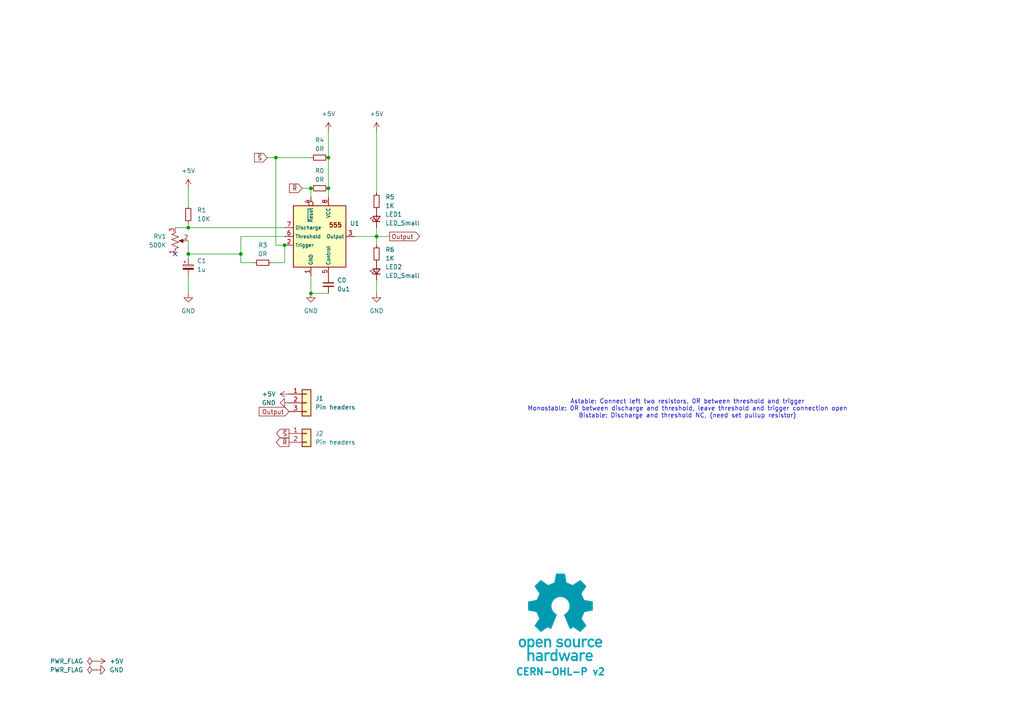
<source format=kicad_sch>
(kicad_sch (version 20231120) (generator "eeschema") (generator_version "8.0")
  (paper "A4")
  (lib_symbols
    (symbol "Connector_Generic:Conn_01x02" (pin_names (offset 1.016) hide)
      (property "Reference" "J" (at 0 2.54 0))
      (property "Value" "Conn_01x02" (at 0 -5.08 0))
      (symbol "Conn_01x02_1_1"
        (rectangle (start -1.27 -2.413) (end 0 -2.667) (stroke (width 0.1524)))
        (rectangle (start -1.27 0.127) (end 0 -0.127) (stroke (width 0.1524)))
        (rectangle (start -1.27 1.27) (end 1.27 -3.81) (stroke (width 0.254)) (fill (type background)))
        (pin passive line (at -5.08 0 0) (length 3.81) (name "Pin_1") (number "1"))
        (pin passive line (at -5.08 -2.54 0) (length 3.81) (name "Pin_2") (number "2"))
      )
    )
    (symbol "Connector_Generic:Conn_01x03" (pin_names (offset 1.016) hide)
      (property "Reference" "J" (at 0 5.08 0))
      (property "Value" "Conn_01x03" (at 0 -5.08 0))
      (symbol "Conn_01x03_1_1"
        (rectangle (start -1.27 -2.413) (end 0 -2.667) (stroke (width 0.1524)))
        (rectangle (start -1.27 0.127) (end 0 -0.127) (stroke (width 0.1524)))
        (rectangle (start -1.27 2.667) (end 0 2.413) (stroke (width 0.1524)))
        (rectangle (start -1.27 3.81) (end 1.27 -3.81) (stroke (width 0.254)) (fill (type background)))
        (pin passive line (at -5.08 2.54 0) (length 3.81) (name "Pin_1") (number "1"))
        (pin passive line (at -5.08 0 0) (length 3.81) (name "Pin_2") (number "2"))
        (pin passive line (at -5.08 -2.54 0) (length 3.81) (name "Pin_3") (number "3"))
      )
    )
    (symbol "Device:C_Polarized_Small" (pin_numbers hide) (pin_names (offset 0.254) hide)
      (property "Reference" "C" (at 0.254 1.778 0))
      (property "Value" "C_Polarized_Small" (at 0.254 -2.032 0))
      (symbol "C_Polarized_Small_0_1"
        (rectangle (start -1.524 -0.3048) (end 1.524 -0.6858) (fill (type outline)))
        (rectangle (start -1.524 0.6858) (end 1.524 0.3048))
        (polyline (pts (xy -1.27 1.524) (xy -0.762 1.524)))
        (polyline (pts (xy -1.016 1.27) (xy -1.016 1.778)))
      )
      (symbol "C_Polarized_Small_1_1"
        (pin passive line (at 0 2.54 270) (length 1.8542) (name "~") (number "1"))
        (pin passive line (at 0 -2.54 90) (length 1.8542) (name "~") (number "2"))
      )
    )
    (symbol "Device:C_Small" (pin_numbers hide) (pin_names (offset 0.254) hide)
      (property "Reference" "C" (at 0.254 1.778 0))
      (property "Value" "C_Small" (at 0.254 -2.032 0))
      (symbol "C_Small_0_1"
        (polyline (pts (xy -1.524 -0.508) (xy 1.524 -0.508)) (stroke (width 0.3302)))
        (polyline (pts (xy -1.524 0.508) (xy 1.524 0.508)) (stroke (width 0.3048)))
      )
      (symbol "C_Small_1_1"
        (pin passive line (at 0 2.54 270) (length 2.032) (name "~") (number "1"))
        (pin passive line (at 0 -2.54 90) (length 2.032) (name "~") (number "2"))
      )
    )
    (symbol "Device:LED_Small" (pin_numbers hide) (pin_names (offset 0.254) hide)
      (property "Reference" "D" (at -1.27 3.175 0))
      (property "Value" "LED_Small" (at -4.445 -2.54 0))
      (symbol "LED_Small_0_1"
        (polyline (pts (xy -0.762 -1.016) (xy -0.762 1.016)) (stroke (width 0.254)))
        (polyline (pts (xy 1.016 0) (xy -0.762 0)))
        (polyline (pts (xy 0.762 -1.016) (xy -0.762 0) (xy 0.762 1.016) (xy 0.762 -1.016)) (stroke (width 0.254)))
        (polyline (pts (xy 0 0.762) (xy -0.508 1.27) (xy -0.254 1.27) (xy -0.508 1.27) (xy -0.508 1.016)))
        (polyline (pts (xy 0.508 1.27) (xy 0 1.778) (xy 0.254 1.778) (xy 0 1.778) (xy 0 1.524)))
      )
      (symbol "LED_Small_1_1"
        (pin passive line (at -2.54 0 0) (length 1.778) (name "K") (number "1"))
        (pin passive line (at 2.54 0 180) (length 1.778) (name "A") (number "2"))
      )
    )
    (symbol "Device:R_Potentiometer_US" (pin_names (offset 1.016) hide)
      (property "Reference" "RV" (at -4.445 0 90))
      (property "Value" "R_Potentiometer_US" (at -2.54 0 90))
      (symbol "R_Potentiometer_US_0_1"
        (polyline (pts (xy 0 -2.286) (xy 0 -2.54)))
        (polyline (pts (xy 0 2.54) (xy 0 2.286)))
        (polyline (pts (xy 2.54 0) (xy 1.524 0)))
        (polyline (pts (xy 1.143 0) (xy 2.286 0.508) (xy 2.286 -0.508) (xy 1.143 0)) (fill (type outline)))
        (polyline (pts (xy 0 -0.762) (xy 1.016 -1.143) (xy 0 -1.524) (xy -1.016 -1.905) (xy 0 -2.286)))
        (polyline (pts (xy 0 0.762) (xy 1.016 0.381) (xy 0 0) (xy -1.016 -0.381) (xy 0 -0.762)))
        (polyline (pts (xy 0 2.286) (xy 1.016 1.905) (xy 0 1.524) (xy -1.016 1.143) (xy 0 0.762)))
      )
      (symbol "R_Potentiometer_US_1_1"
        (pin passive line (at 0 3.81 270) (length 1.27) (name "1") (number "1"))
        (pin passive line (at 3.81 0 180) (length 1.27) (name "2") (number "2"))
        (pin passive line (at 0 -3.81 90) (length 1.27) (name "3") (number "3"))
      )
    )
    (symbol "Device:R_Small" (pin_numbers hide) (pin_names (offset 0.254) hide)
      (property "Reference" "R" (at 0.762 0.508 0))
      (property "Value" "R_Small" (at 0.762 -1.016 0))
      (symbol "R_Small_0_1"
        (rectangle (start -0.762 1.778) (end 0.762 -1.778) (stroke (width 0.2032)))
      )
      (symbol "R_Small_1_1"
        (pin passive line (at 0 2.54 270) (length 0.762) (name "~") (number "1"))
        (pin passive line (at 0 -2.54 90) (length 0.762) (name "~") (number "2"))
      )
    )
    (symbol "ic:NE555"
      (property "Reference" "U" (at -10.16 8.89 0))
      (symbol "NE555_0_0"
        (pin power_in line (at -2.54 -11.43 90) (length 2.54) (name "GND") (number "1"))
        (pin power_in line (at 2.54 11.43 270) (length 2.54) (name "VCC") (number "8"))
      )
      (symbol "NE555_0_1"
        (rectangle (start -7.62 8.89) (end 7.62 -8.89) (stroke (width 0.254)) (fill (type background)))
      )
      (symbol "NE555_1_1"
        (text "555" (at 4.572 3.302 0) (effects (font (size 1.27 1.27) (thickness 0.254) (bold yes))))
        (pin input line (at -10.16 -2.54 0) (length 2.54) (name "Trigger") (number "2"))
        (pin output line (at 10.16 0 180) (length 2.54) (name "Output") (number "3"))
        (pin input inverted (at -2.54 11.43 270) (length 2.54) (name "~{Reset}") (number "4"))
        (pin input line (at 2.54 -11.43 90) (length 2.54) (name "Control") (number "5"))
        (pin input line (at -10.16 0 0) (length 2.54) (name "Threshold") (number "6"))
        (pin input line (at -10.16 2.54 0) (length 2.54) (name "Discharge") (number "7"))
      )
    )
    (symbol "power:GND" (power) (pin_numbers hide) (pin_names (offset 0) hide)
      (property "Value" "GND" (at 0 -3.81 0))
      (symbol "GND_0_1"
        (polyline (pts (xy 0 0) (xy 0 -1.27) (xy 1.27 -1.27) (xy 0 -2.54) (xy -1.27 -1.27) (xy 0 -1.27)))
      )
      (symbol "GND_1_1"
        (pin power_in line (at 0 0 270) (length 0) (name "~") (number "1"))
      )
    )
    (symbol "power:PWR_FLAG" (power) (pin_numbers hide) (pin_names (offset 0) hide)
      (property "Value" "PWR_FLAG" (at 0 3.81 0))
      (symbol "PWR_FLAG_0_0"
        (pin power_out line (at 0 0 90) (length 0) (name "~") (number "1"))
      )
      (symbol "PWR_FLAG_0_1"
        (polyline (pts (xy 0 0) (xy 0 1.27) (xy -1.016 1.905) (xy 0 2.54) (xy 1.016 1.905) (xy 0 1.27)))
      )
    )
    (symbol "power:VCC" (power) (pin_numbers hide) (pin_names (offset 0) hide)
      (property "Value" "VCC" (at 0 3.556 0))
      (symbol "VCC_0_1"
        (polyline (pts (xy -0.762 1.27) (xy 0 2.54)))
        (polyline (pts (xy 0 0) (xy 0 2.54)))
        (polyline (pts (xy 0 2.54) (xy 0.762 1.27)))
      )
      (symbol "VCC_1_1"
        (pin power_in line (at 0 0 90) (length 0) (name "~") (number "1"))
      )
    )
  )
  (junction (at 80.01 45.72))
  (junction (at 69.85 73.66))
  (junction (at 82.55 71.12))
  (junction (at 95.25 45.72))
  (junction (at 54.61 73.66))
  (junction (at 109.22 68.58))
  (junction (at 54.61 66.04))
  (junction (at 95.25 54.61))
  (junction (at 90.17 54.61))
  (junction (at 90.17 85.09))
  (no_connect (at 50.8 73.66))
  (wire (pts (xy 109.22 68.58) (xy 113.03 68.58)))
  (wire (pts (xy 54.61 73.66) (xy 54.61 74.93)))
  (wire (pts (xy 80.01 45.72) (xy 90.17 45.72)))
  (wire (pts (xy 82.55 71.12) (xy 80.01 71.12)))
  (wire (pts (xy 109.22 66.04) (xy 109.22 68.58)))
  (wire (pts (xy 82.55 76.2) (xy 82.55 71.12)))
  (wire (pts (xy 80.01 71.12) (xy 80.01 45.72)))
  (wire (pts (xy 73.66 76.2) (xy 69.85 76.2)))
  (wire (pts (xy 69.85 68.58) (xy 69.85 73.66)))
  (wire (pts (xy 90.17 85.09) (xy 90.17 80.01)))
  (wire (pts (xy 54.61 66.04) (xy 82.55 66.04)))
  (wire (pts (xy 54.61 73.66) (xy 69.85 73.66)))
  (wire (pts (xy 77.47 45.72) (xy 80.01 45.72)))
  (wire (pts (xy 54.61 69.85) (xy 54.61 73.66)))
  (wire (pts (xy 78.74 76.2) (xy 82.55 76.2)))
  (wire (pts (xy 69.85 73.66) (xy 69.85 76.2)))
  (wire (pts (xy 54.61 80.01) (xy 54.61 85.09)))
  (wire (pts (xy 54.61 54.61) (xy 54.61 59.69)))
  (wire (pts (xy 109.22 38.1) (xy 109.22 55.88)))
  (wire (pts (xy 90.17 85.09) (xy 95.25 85.09)))
  (wire (pts (xy 102.87 68.58) (xy 109.22 68.58)))
  (wire (pts (xy 90.17 54.61) (xy 90.17 57.15)))
  (wire (pts (xy 109.22 68.58) (xy 109.22 71.12)))
  (wire (pts (xy 50.8 66.04) (xy 54.61 66.04)))
  (wire (pts (xy 87.63 54.61) (xy 90.17 54.61)))
  (wire (pts (xy 109.22 81.28) (xy 109.22 85.09)))
  (wire (pts (xy 82.55 68.58) (xy 69.85 68.58)))
  (wire (pts (xy 95.25 45.72) (xy 95.25 54.61)))
  (wire (pts (xy 54.61 64.77) (xy 54.61 66.04)))
  (wire (pts (xy 95.25 38.1) (xy 95.25 45.72)))
  (wire (pts (xy 95.25 54.61) (xy 95.25 57.15)))
  (image (at 162.56 179.07) (scale 0.37481))
  (text "CERN-OHL-P v2" (at 162.56 195.072 0) (effects (font (size 2 2) (thickness 0.4) (bold yes))))
  (text "Astable: Connect left two resistors, 0R between threshold and trigger\nMonostable: 0R between discharge and threshold, leave threshold and trigger connection open\nBistable: Discharge and threshold NC, (need set pullup resistor)" (at 199.39 118.618 0) (effects (font (size 1.27 1.27))))
  (global_label "~{R}" (shape input) (at 87.63 54.61 180) (property "Intersheetrefs" "${INTERSHEET_REFS}" (effects (hide yes))))
  (global_label "Output" (shape input) (at 83.82 119.38 180) (property "Intersheetrefs" "${INTERSHEET_REFS}" (effects (hide yes))))
  (global_label "Output" (shape output) (at 113.03 68.58 0) (property "Intersheetrefs" "${INTERSHEET_REFS}" (effects (hide yes))))
  (global_label "~{R}" (shape output) (at 83.82 128.27 180) (property "Intersheetrefs" "${INTERSHEET_REFS}" (effects (hide yes))))
  (global_label "~{S}" (shape output) (at 83.82 125.73 180) (property "Intersheetrefs" "${INTERSHEET_REFS}" (effects (hide yes))))
  (global_label "~{S}" (shape input) (at 77.47 45.72 180) (property "Intersheetrefs" "${INTERSHEET_REFS}" (effects (hide yes))))
  (symbol (lib_id "power:VCC") (at 83.82 114.3 90) (unit 1)
    (property "Reference" "#PWR09" (effects (hide yes)))
    (property "Value" "+5V" (at 80.01 114.2999 90) (effects (justify left)))
    (property "Description" "Power symbol creates a global label with name \"VCC\"" (effects (hide yes)))
  )
  (symbol (lib_id "power:GND") (at 109.22 85.09 0) (unit 1)
    (property "Reference" "#PWR03" (effects (hide yes)))
    (property "Value" "GND" (at 109.22 90.17 0))
    (property "Description" "Power symbol creates a global label with name \"GND\" , ground" (effects (hide yes)))
  )
  (symbol (lib_id "Device:R_Small") (at 92.71 45.72 90) (unit 1)
    (property "Reference" "R4" (at 92.71 40.64 90))
    (property "Value" "0R" (at 92.71 43.18 90))
    (property "Footprint" "custom:R_0603_1608Metric_Pad0.98x0.95mm_HandSolder_simple" (effects (hide yes)))
    (property "Description" "Resistor, small symbol" (effects (hide yes)))
  )
  (symbol (lib_id "Device:R_Small") (at 76.2 76.2 270) (unit 1)
    (property "Reference" "R3" (at 76.2 71.12 90))
    (property "Value" "0R" (at 76.2 73.66 90))
    (property "Footprint" "custom:R_0603_1608Metric_Pad0.98x0.95mm_HandSolder_simple" (effects (hide yes)))
    (property "Description" "Resistor, small symbol" (effects (hide yes)))
  )
  (symbol (lib_id "Device:R_Potentiometer_US") (at 50.8 69.85 0) (mirror x) (unit 1)
    (property "Reference" "RV1" (at 48.26 68.5799 0) (effects (justify right)))
    (property "Value" "500K" (at 48.26 71.1199 0) (effects (justify right)))
    (property "Footprint" "lcsc:RES-ADJ-SMD_VG039NCH" (effects (hide yes)))
    (property "Description" "Potentiometer, US symbol" (effects (hide yes)))
  )
  (symbol (lib_id "power:VCC") (at 27.94 191.77 270) (unit 1)
    (property "Reference" "#PWR01" (effects (hide yes)))
    (property "Value" "+5V" (at 31.75 191.7699 90) (effects (justify left)))
    (property "Description" "Power symbol creates a global label with name \"VCC\"" (effects (hide yes)))
  )
  (symbol (lib_id "Device:C_Small") (at 95.25 82.55 0) (unit 1)
    (property "Reference" "C0" (at 97.79 81.2862 0) (effects (justify left)))
    (property "Value" "0u1" (at 97.79 83.8262 0) (effects (justify left)))
    (property "Footprint" "custom:C_0603_1608Metric_Pad1.08x0.95mm_HandSolder" (effects (hide yes)))
    (property "Description" "Unpolarized capacitor, small symbol" (effects (hide yes)))
  )
  (symbol (lib_id "power:GND") (at 54.61 85.09 0) (unit 1)
    (property "Reference" "#PWR029" (effects (hide yes)))
    (property "Value" "GND" (at 54.61 90.17 0))
    (property "Description" "Power symbol creates a global label with name \"GND\" , ground" (effects (hide yes)))
  )
  (symbol (lib_id "power:GND") (at 27.94 194.31 90) (unit 1)
    (property "Reference" "#PWR02" (effects (hide yes)))
    (property "Value" "GND" (at 31.75 194.3099 90) (effects (justify right)))
    (property "Description" "Power symbol creates a global label with name \"GND\" , ground" (effects (hide yes)))
  )
  (symbol (lib_id "Connector_Generic:Conn_01x02") (at 88.9 125.73 0) (unit 1)
    (property "Reference" "J2" (at 91.44 125.7299 0) (effects (justify left)))
    (property "Value" "Pin headers" (at 91.44 128.2699 0) (effects (justify left)))
    (property "Footprint" "custom:PinHeader_1x02_P2.54mm_Vertical_simple" (effects (hide yes)))
    (property "Description" "Generic connector, single row, 01x02, script generated (kicad-library-utils/schlib/autogen/connector/)" (effects (hide yes)))
  )
  (symbol (lib_id "power:VCC") (at 54.61 54.61 0) (unit 1)
    (property "Reference" "#PWR028" (effects (hide yes)))
    (property "Value" "+5V" (at 54.61 49.53 0))
    (property "Description" "Power symbol creates a global label with name \"VCC\"" (effects (hide yes)))
  )
  (symbol (lib_id "Device:LED_Small") (at 109.22 78.74 90) (unit 1)
    (property "Reference" "LED2" (at 111.76 77.4064 90) (effects (justify right)))
    (property "Value" "LED_Small" (at 111.76 79.9464 90) (effects (justify right)))
    (property "Footprint" "custom:LED_0603_1608Metric_Pad1.05x0.95mm_HandSolder_simple" (effects (hide yes)))
    (property "Description" "Light emitting diode, small symbol" (effects (hide yes)))
  )
  (symbol (lib_id "Device:R_Small") (at 109.22 73.66 0) (unit 1)
    (property "Reference" "R6" (at 111.76 72.3899 0) (effects (justify left)))
    (property "Value" "1K" (at 111.76 74.9299 0) (effects (justify left)))
    (property "Footprint" "custom:R_0603_1608Metric_Pad0.98x0.95mm_HandSolder_simple" (effects (hide yes)))
    (property "Description" "Resistor, small symbol" (effects (hide yes)))
  )
  (symbol (lib_id "power:VCC") (at 109.22 38.1 0) (unit 1)
    (property "Reference" "#PWR04" (effects (hide yes)))
    (property "Value" "+5V" (at 109.22 33.02 0))
    (property "Description" "Power symbol creates a global label with name \"VCC\"" (effects (hide yes)))
  )
  (symbol (lib_id "power:GND") (at 90.17 85.09 0) (unit 1)
    (property "Reference" "#PWR026" (effects (hide yes)))
    (property "Value" "GND" (at 90.17 90.17 0))
    (property "Description" "Power symbol creates a global label with name \"GND\" , ground" (effects (hide yes)))
  )
  (symbol (lib_id "power:GND") (at 83.82 116.84 270) (unit 1)
    (property "Reference" "#PWR010" (effects (hide yes)))
    (property "Value" "GND" (at 80.01 116.8399 90) (effects (justify right)))
    (property "Description" "Power symbol creates a global label with name \"GND\" , ground" (effects (hide yes)))
  )
  (symbol (lib_id "power:PWR_FLAG") (at 27.94 191.77 90) (unit 1)
    (property "Reference" "#FLG01" (effects (hide yes)))
    (property "Value" "PWR_FLAG" (at 24.13 191.7699 90) (effects (justify left)))
    (property "Description" "Special symbol for telling ERC where power comes from" (effects (hide yes)))
  )
  (symbol (lib_id "Device:C_Polarized_Small") (at 54.61 77.47 0) (unit 1)
    (property "Reference" "C1" (at 57.15 75.6538 0) (effects (justify left)))
    (property "Value" "1u" (at 57.15 78.1938 0) (effects (justify left)))
    (property "Footprint" "custom:C_Combo_CP_Elec_5x5.4" (effects (hide yes)))
    (property "Description" "Polarized capacitor, small symbol" (effects (hide yes)))
  )
  (symbol (lib_id "Device:R_Small") (at 109.22 58.42 0) (unit 1)
    (property "Reference" "R5" (at 111.76 57.1499 0) (effects (justify left)))
    (property "Value" "1K" (at 111.76 59.6899 0) (effects (justify left)))
    (property "Footprint" "custom:R_0603_1608Metric_Pad0.98x0.95mm_HandSolder_simple" (effects (hide yes)))
    (property "Description" "Resistor, small symbol" (effects (hide yes)))
  )
  (symbol (lib_id "Connector_Generic:Conn_01x03") (at 88.9 116.84 0) (unit 1)
    (property "Reference" "J1" (at 91.44 115.5699 0) (effects (justify left)))
    (property "Value" "Pin headers" (at 91.44 118.1099 0) (effects (justify left)))
    (property "Footprint" "custom:PinHeader_1x03_P2.54mm_Vertical_simple_pad2gnd" (effects (hide yes)))
    (property "Description" "Generic connector, single row, 01x03, script generated (kicad-library-utils/schlib/autogen/connector/)" (effects (hide yes)))
  )
  (symbol (lib_id "Device:R_Small") (at 54.61 62.23 0) (unit 1)
    (property "Reference" "R1" (at 57.15 60.9599 0) (effects (justify left)))
    (property "Value" "10K" (at 57.15 63.4999 0) (effects (justify left)))
    (property "Footprint" "custom:R_0603_1608Metric_Pad0.98x0.95mm_HandSolder_simple" (effects (hide yes)))
    (property "Description" "Resistor, small symbol" (effects (hide yes)))
  )
  (symbol (lib_id "power:VCC") (at 95.25 38.1 0) (unit 1)
    (property "Reference" "#PWR027" (effects (hide yes)))
    (property "Value" "+5V" (at 95.25 33.02 0))
    (property "Description" "Power symbol creates a global label with name \"VCC\"" (effects (hide yes)))
  )
  (symbol (lib_id "Device:LED_Small") (at 109.22 63.5 90) (unit 1)
    (property "Reference" "LED1" (at 111.76 62.1664 90) (effects (justify right)))
    (property "Value" "LED_Small" (at 111.76 64.7064 90) (effects (justify right)))
    (property "Footprint" "custom:LED_0603_1608Metric_Pad1.05x0.95mm_HandSolder_simple" (effects (hide yes)))
    (property "Description" "Light emitting diode, small symbol" (effects (hide yes)))
  )
  (symbol (lib_id "ic:NE555") (at 92.71 68.58 0) (unit 1)
    (property "Reference" "U1" (at 102.87 64.8014 0))
    (property "Value" "NE555" (effects (hide yes)))
    (property "Footprint" "Package_SO:SOIC-8_3.9x4.9mm_P1.27mm" (effects (hide yes)))
    (property "Datasheet" "http://www.ti.com/lit/ds/symlink/ne555.pdf" (effects (hide yes)))
    (property "Description" "Precision Timers, 555 compatible, SOIC-8" (effects (hide yes)))
  )
  (symbol (lib_id "Device:R_Small") (at 92.71 54.61 90) (unit 1)
    (property "Reference" "R0" (at 92.71 49.53 90))
    (property "Value" "0R" (at 92.71 52.07 90))
    (property "Footprint" "custom:R_0603_1608Metric_Pad0.98x0.95mm_HandSolder_simple" (effects (hide yes)))
    (property "Description" "Resistor, small symbol" (effects (hide yes)))
  )
  (symbol (lib_id "power:PWR_FLAG") (at 27.94 194.31 90) (unit 1)
    (property "Reference" "#FLG02" (effects (hide yes)))
    (property "Value" "PWR_FLAG" (at 24.13 194.3099 90) (effects (justify left)))
    (property "Description" "Special symbol for telling ERC where power comes from" (effects (hide yes)))
  )
)
</source>
